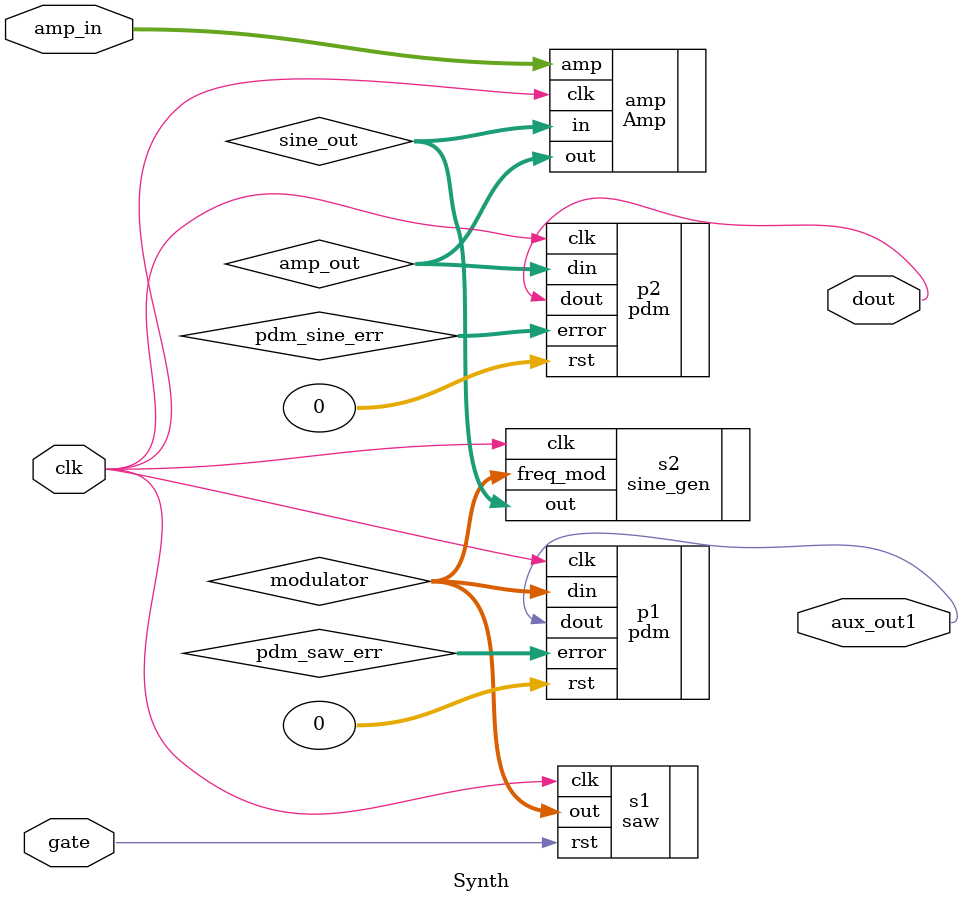
<source format=v>
module Synth (input clk, input gate, input [15:0] amp_in, output dout, output aux_out1);
  
  // for some reason, we need to set clock here - seems parameter is ignored
  // when initiating Synth module
  parameter CLKSPEED = 50_000_000;// clockspeed of Nexys A7
  parameter SINE_FREQ = 440;
  parameter SAW_FREQ = 1;


  wire [9:0] modulator;
  wire [9:0] sine_out;
  wire [9:0] pdm_sine_err;
  wire [9:0] pdm_saw_err;



  // douple clock speed to get lower than 1 freq (0.5Hz)
  saw #(.CLKSPEED(CLKSPEED*2),.FREQ(SAW_FREQ)) s1(.clk(clk),.rst(gate),.out(modulator));
  // putting eg `button1` as `.rst` param produces weird results,
  // so disabling reset by putting constant 0
  pdm p1(.clk(clk),.din(modulator),.rst(0),.dout(aux_out1),.error(pdm_saw_err));    
  
  
  
  sine_gen#(.CLKSPEED(CLKSPEED), .FREQ(SINE_FREQ), .MAX_FREQ_MOD(1024) ) 
  s2(
    .clk(clk),
    .freq_mod(modulator),
    .out(sine_out)
    );

  wire [9:0] amp_out;
  Amp amp(.clk(clk),.in(sine_out),.amp(amp_in),.out(amp_out));
  pdm p2(.clk(clk),.din(amp_out),.rst(0),.dout(dout),.error(pdm_sine_err)); 
endmodule 


</source>
